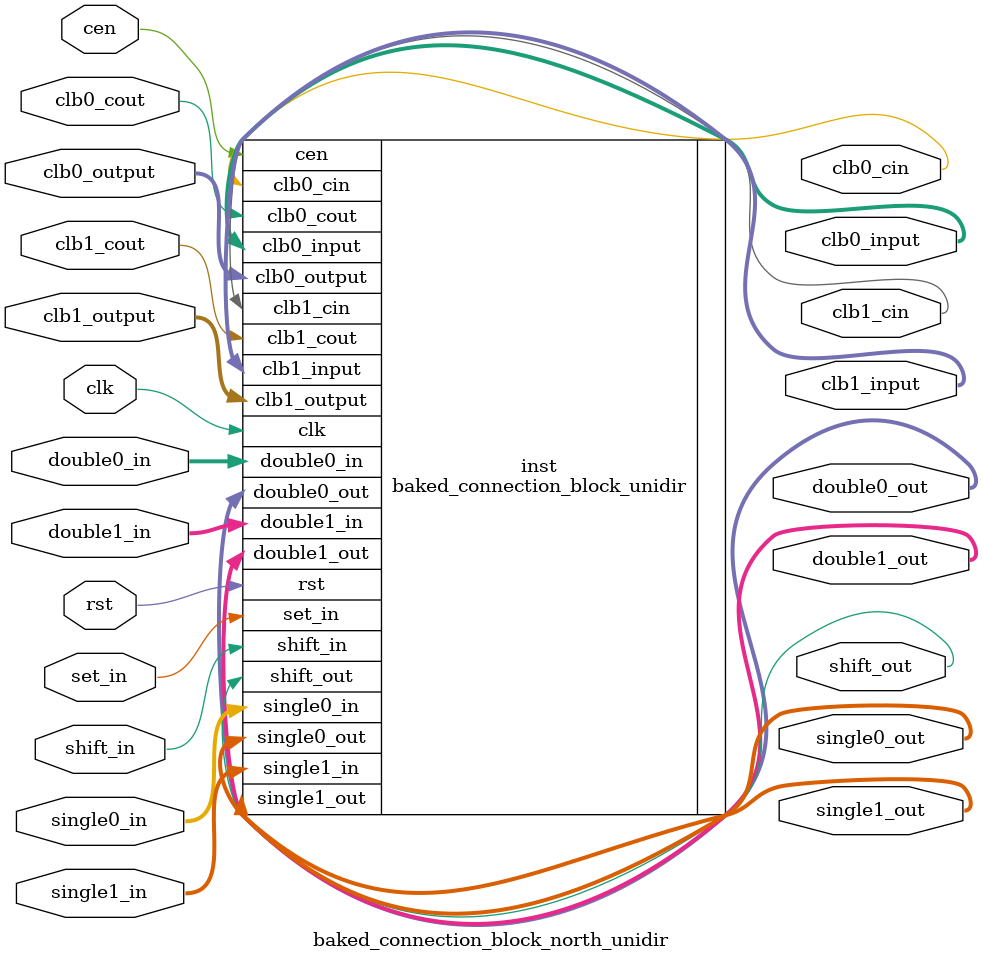
<source format=v>
module baked_connection_block_north_unidir #(
  parameter WS = 4,
  parameter WD = 8,
  parameter WG = 0,
  parameter CLBIN = 10,
  parameter CLBIN0 = 10,
  parameter CLBIN1 = 10,
  parameter CLBOUT = 5,
  parameter CLBOUT0 = 5,
  parameter CLBOUT1 = 5,
  parameter CARRY = 1,
  parameter CLBOS = 4,
  parameter CLBOS_BIAS = 0,
  parameter CLBOD = 4,
  parameter CLBOD_BIAS = 0,
  parameter CLBX = 1
)(
  // Common
  input wire clk,
  input wire rst,

  // Configuration Signals:

  input wire cen,

  // Config set input (from tile module)
  input wire set_in,

  // Config shift input (from tile module)
  input wire shift_in,
  // Config shift output (to tile module)
  output wire shift_out,

  // Single Wires
  input  [WS-1:0] single0_in, single1_in,
  output [WS-1:0] single0_out, single1_out,

  // Double Wires
  input [WD-1:0]  double0_in, double1_in,
  output [WD-1:0] double0_out, double1_out,

  // Global Wires
  //inout [WG-1:0] global,  /* manually disabled since WG = 0 for hardening */

  input [CLBOUT-1:0] clb0_output,
  input [CLBOUT-1:0] clb1_output,
  input [CARRY-1:0]  clb0_cout,
  input [CARRY-1:0]  clb1_cout,
  output [CLBIN-1:0] clb0_input,
  output [CLBIN-1:0] clb1_input,
  output [CARRY-1:0] clb0_cin,
  output [CARRY-1:0] clb1_cin
);

baked_connection_block_unidir #(
  .WS(WS),
  .WD(WD),
  .WG(WG),
  .CLBIN(CLBIN),
  .CLBIN0(CLBIN0),
  .CLBIN1(CLBIN1),
  .CLBOUT(CLBOUT),
  .CLBOUT0(CLBOUT0),
  .CLBOUT1(CLBOUT1),
  .CARRY(CARRY),
  .CLBOS(CLBOS),
  .CLBOS_BIAS(CLBOS_BIAS),
  .CLBOD(CLBOD),
  .CLBOD_BIAS(CLBOD_BIAS),
  .CLBX(CLBX)
) inst (
  .clk(clk),
  .rst(rst),
  .cen(cen),
  .set_in(set_in),
  .shift_in(shift_in),
  .shift_out(shift_out),

  .single0_in(single0_in),
  .single1_in(single1_in),
  .single0_out(single0_out),
  .single1_out(single1_out),

  .double0_in(double0_in),
  .double1_in(double1_in),
  .double0_out(double0_out),
  .double1_out(double1_out),

  //.global(global),  /* manually disabled since WG = 0 for hardening */
  .clb0_output(clb0_output),
  .clb1_output(clb1_output),
  .clb0_cout(clb0_cout),
  .clb1_cout(clb1_cout),
  .clb0_input(clb0_input),
  .clb1_input(clb1_input),
  .clb0_cin(clb0_cin),
  .clb1_cin(clb1_cin)
);

endmodule

</source>
